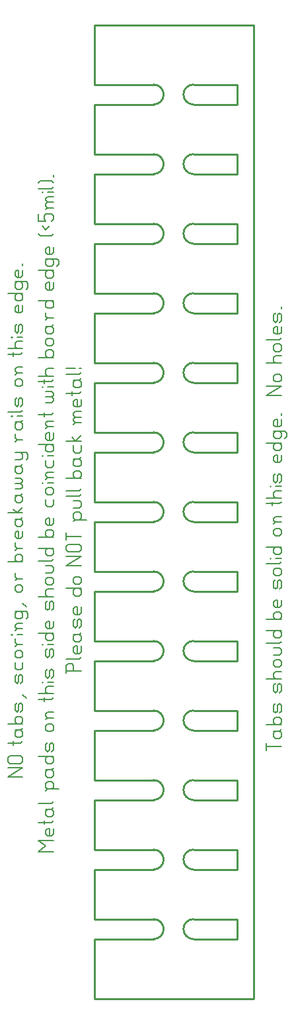
<source format=gbr>
G04 start of page 4 for group 2 idx 2 *
G04 Title: (unknown), outline *
G04 Creator: pcb 4.0.2 *
G04 CreationDate: Mon Jan 22 00:33:22 2024 UTC *
G04 For: railfan *
G04 Format: Gerber/RS-274X *
G04 PCB-Dimensions (mil): 3000.00 5500.00 *
G04 PCB-Coordinate-Origin: lower left *
%MOIN*%
%FSLAX25Y25*%
%LNOUTLINE*%
%ADD28C,0.0093*%
%ADD27C,0.0074*%
%ADD26C,0.0100*%
G54D26*X132000Y70000D02*Y60000D01*
X110000Y70000D02*X132000D01*
X110000Y60000D02*X132000D01*
X90000Y70000D02*X60000D01*
X90000Y95000D02*X60000D01*
Y70000D01*
X90000Y105000D02*X60000D01*
X90000Y130000D02*X60000D01*
Y105000D01*
Y30000D02*X140500D01*
X60000Y60000D02*Y30000D01*
X90000Y60000D02*X60000D01*
X132000Y105000D02*Y95000D01*
X110000D02*X132000D01*
X110000Y105000D02*X132000D01*
Y140000D02*Y130000D01*
X110000D02*X132000D01*
Y175000D02*Y165000D01*
X110000Y140000D02*X132000D01*
X110000Y175000D02*X132000D01*
Y210000D02*Y200000D01*
X90000Y140000D02*X60000D01*
X90000Y165000D02*X60000D01*
Y140000D01*
X90000Y175000D02*X60000D01*
X110000Y165000D02*X132000D01*
X90000Y200000D02*X60000D01*
X110000D02*X132000D01*
X60000D02*Y175000D01*
X90000Y210000D02*X60000D01*
X90000Y490000D02*X60000D01*
Y520000D01*
X140500D01*
X110000Y490000D02*X132000D01*
X140500Y520000D02*Y30000D01*
X90000Y235000D02*X60000D01*
Y210000D01*
X90000Y245000D02*X60000D01*
X90000Y270000D02*X60000D01*
Y245000D01*
X90000Y280000D02*X60000D01*
X90000Y305000D02*X60000D01*
Y280000D01*
X90000Y315000D02*X60000D01*
X132000Y245000D02*Y235000D01*
Y280000D02*Y270000D01*
Y315000D02*Y305000D01*
X110000Y210000D02*X132000D01*
X110000Y235000D02*X132000D01*
X110000Y245000D02*X132000D01*
X110000Y270000D02*X132000D01*
X110000Y280000D02*X132000D01*
X110000Y305000D02*X132000D01*
X110000Y315000D02*X132000D01*
X110000Y340000D02*X132000D01*
X90000D02*X60000D01*
X90000Y350000D02*X60000D01*
Y375000D02*Y350000D01*
Y340000D02*Y315000D01*
X90000Y375000D02*X60000D01*
X90000Y385000D02*X60000D01*
X90000Y410000D02*X60000D01*
Y385000D01*
X90000Y420000D02*X60000D01*
X90000Y445000D02*X60000D01*
X90000Y455000D02*X60000D01*
X90000Y480000D02*X60000D01*
Y455000D01*
Y445000D02*Y420000D01*
X132000Y385000D02*Y375000D01*
X110000D02*X132000D01*
X110000Y385000D02*X132000D01*
X110000Y410000D02*X132000D01*
X110000Y420000D02*X132000D01*
X110000Y445000D02*X132000D01*
X110000Y350000D02*X132000D01*
Y340000D01*
Y420000D02*Y410000D01*
Y455000D02*Y445000D01*
Y490000D02*Y480000D01*
X110000Y455000D02*X132000D01*
X110000Y480000D02*X132000D01*
X105000Y135000D02*G75*G03X110000Y130000I5000J0D01*G01*
X105000Y135000D02*G75*G02X110000Y140000I5000J0D01*G01*
X105000Y170000D02*G75*G03X110000Y165000I5000J0D01*G01*
X105000Y170000D02*G75*G02X110000Y175000I5000J0D01*G01*
X95000Y135000D02*G75*G03X90000Y140000I-5000J0D01*G01*
X95000Y170000D02*G75*G02X90000Y165000I-5000J0D01*G01*
X95000Y170000D02*G75*G03X90000Y175000I-5000J0D01*G01*
X95000Y205000D02*G75*G02X90000Y200000I-5000J0D01*G01*
X95000Y205000D02*G75*G03X90000Y210000I-5000J0D01*G01*
X105000Y100000D02*G75*G03X110000Y95000I5000J0D01*G01*
X105000Y100000D02*G75*G02X110000Y105000I5000J0D01*G01*
X95000Y100000D02*G75*G02X90000Y95000I-5000J0D01*G01*
X95000Y100000D02*G75*G03X90000Y105000I-5000J0D01*G01*
X105000Y65000D02*G75*G03X110000Y60000I5000J0D01*G01*
X105000Y65000D02*G75*G02X110000Y70000I5000J0D01*G01*
X95000Y65000D02*G75*G02X90000Y60000I-5000J0D01*G01*
X95000Y65000D02*G75*G03X90000Y70000I-5000J0D01*G01*
X95000Y135000D02*G75*G02X90000Y130000I-5000J0D01*G01*
X105000Y205000D02*G75*G03X110000Y200000I5000J0D01*G01*
X105000Y205000D02*G75*G02X110000Y210000I5000J0D01*G01*
X105000Y240000D02*G75*G03X110000Y235000I5000J0D01*G01*
X105000Y240000D02*G75*G02X110000Y245000I5000J0D01*G01*
X95000Y240000D02*G75*G02X90000Y235000I-5000J0D01*G01*
X95000Y240000D02*G75*G03X90000Y245000I-5000J0D01*G01*
X95000Y275000D02*G75*G02X90000Y270000I-5000J0D01*G01*
X95000Y275000D02*G75*G03X90000Y280000I-5000J0D01*G01*
X105000Y275000D02*G75*G03X110000Y270000I5000J0D01*G01*
X105000Y275000D02*G75*G02X110000Y280000I5000J0D01*G01*
X105000Y310000D02*G75*G03X110000Y305000I5000J0D01*G01*
X105000Y310000D02*G75*G02X110000Y315000I5000J0D01*G01*
X105000Y345000D02*G75*G03X110000Y340000I5000J0D01*G01*
X105000Y345000D02*G75*G02X110000Y350000I5000J0D01*G01*
X95000Y310000D02*G75*G02X90000Y305000I-5000J0D01*G01*
X95000Y310000D02*G75*G03X90000Y315000I-5000J0D01*G01*
X95000Y345000D02*G75*G02X90000Y340000I-5000J0D01*G01*
X95000Y345000D02*G75*G03X90000Y350000I-5000J0D01*G01*
X95000Y380000D02*G75*G02X90000Y375000I-5000J0D01*G01*
X95000Y380000D02*G75*G03X90000Y385000I-5000J0D01*G01*
X105000Y380000D02*G75*G03X110000Y375000I5000J0D01*G01*
X105000Y380000D02*G75*G02X110000Y385000I5000J0D01*G01*
X105000Y415000D02*G75*G03X110000Y410000I5000J0D01*G01*
X105000Y415000D02*G75*G02X110000Y420000I5000J0D01*G01*
X105000Y485000D02*G75*G03X110000Y480000I5000J0D01*G01*
X105000Y485000D02*G75*G02X110000Y490000I5000J0D01*G01*
X95000Y415000D02*G75*G02X90000Y410000I-5000J0D01*G01*
X95000Y415000D02*G75*G03X90000Y420000I-5000J0D01*G01*
X95000Y485000D02*G75*G02X90000Y480000I-5000J0D01*G01*
X95000Y485000D02*G75*G03X90000Y490000I-5000J0D01*G01*
X105000Y450000D02*G75*G03X110000Y445000I5000J0D01*G01*
X105000Y450000D02*G75*G02X110000Y455000I5000J0D01*G01*
X95000Y450000D02*G75*G02X90000Y445000I-5000J0D01*G01*
X95000Y450000D02*G75*G03X90000Y455000I-5000J0D01*G01*
G54D27*X16360Y141500D02*X23800D01*
X16360D02*X23800Y146150D01*
X16360D02*X23800D01*
X17290Y148382D02*X22870D01*
X17290D02*X16360Y149312D01*
Y151172D02*Y149312D01*
Y151172D02*X17290Y152102D01*
X22870D01*
X23800Y151172D02*X22870Y152102D01*
X23800Y151172D02*Y149312D01*
X22870Y148382D02*X23800Y149312D01*
X16360Y158612D02*X22870D01*
X23800Y159542D01*
X19150D02*Y157682D01*
X20080Y164192D02*X21010Y165122D01*
X20080Y164192D02*Y162332D01*
X21010Y161402D02*X20080Y162332D01*
X21010Y161402D02*X22870D01*
X23800Y162332D01*
X20080Y165122D02*X22870D01*
X23800Y166052D01*
Y164192D02*Y162332D01*
Y164192D02*X22870Y165122D01*
X16360Y168284D02*X23800D01*
X22870D02*X23800Y169214D01*
Y171074D02*Y169214D01*
Y171074D02*X22870Y172004D01*
X21010D02*X22870D01*
X20080Y171074D02*X21010Y172004D01*
X20080Y171074D02*Y169214D01*
X21010Y168284D02*X20080Y169214D01*
X23800Y177956D02*Y175166D01*
Y177956D02*X22870Y178886D01*
X21940Y177956D02*X22870Y178886D01*
X21940Y177956D02*Y175166D01*
X21010Y174236D02*X21940Y175166D01*
X21010Y174236D02*X20080Y175166D01*
Y177956D02*Y175166D01*
Y177956D02*X21010Y178886D01*
X22870Y174236D02*X23800Y175166D01*
X25660Y181118D02*X23800Y182978D01*
Y192278D02*Y189488D01*
Y192278D02*X22870Y193208D01*
X21940Y192278D02*X22870Y193208D01*
X21940Y192278D02*Y189488D01*
X21010Y188558D02*X21940Y189488D01*
X21010Y188558D02*X20080Y189488D01*
Y192278D02*Y189488D01*
Y192278D02*X21010Y193208D01*
X22870Y188558D02*X23800Y189488D01*
X20080Y199160D02*Y196370D01*
X21010Y195440D02*X20080Y196370D01*
X21010Y195440D02*X22870D01*
X23800Y196370D01*
Y199160D02*Y196370D01*
X21010Y201392D02*X22870D01*
X21010D02*X20080Y202322D01*
Y204182D02*Y202322D01*
Y204182D02*X21010Y205112D01*
X22870D01*
X23800Y204182D02*X22870Y205112D01*
X23800Y204182D02*Y202322D01*
X22870Y201392D02*X23800Y202322D01*
X21010Y208274D02*X23800D01*
X21010D02*X20080Y209204D01*
Y211064D02*Y209204D01*
Y207344D02*X21010Y208274D01*
G54D28*X18220Y213296D02*X18406D01*
G54D27*X21010D02*X23800D01*
X21010Y216086D02*X23800D01*
X21010D02*X20080Y217016D01*
Y217946D02*Y217016D01*
Y217946D02*X21010Y218876D01*
X23800D01*
X20080Y215156D02*X21010Y216086D01*
X20080Y223898D02*X21010Y224828D01*
X20080Y223898D02*Y222038D01*
X21010Y221108D02*X20080Y222038D01*
X21010Y221108D02*X22870D01*
X23800Y222038D01*
Y223898D02*Y222038D01*
Y223898D02*X22870Y224828D01*
X25660Y221108D02*X26590Y222038D01*
Y223898D02*Y222038D01*
Y223898D02*X25660Y224828D01*
X20080D02*X25660D01*
Y227060D02*X23800Y228920D01*
X21010Y234500D02*X22870D01*
X21010D02*X20080Y235430D01*
Y237290D02*Y235430D01*
Y237290D02*X21010Y238220D01*
X22870D01*
X23800Y237290D02*X22870Y238220D01*
X23800Y237290D02*Y235430D01*
X22870Y234500D02*X23800Y235430D01*
X21010Y241382D02*X23800D01*
X21010D02*X20080Y242312D01*
Y244172D02*Y242312D01*
Y240452D02*X21010Y241382D01*
X16360Y249752D02*X23800D01*
X22870D02*X23800Y250682D01*
Y252542D02*Y250682D01*
Y252542D02*X22870Y253472D01*
X21010D02*X22870D01*
X20080Y252542D02*X21010Y253472D01*
X20080Y252542D02*Y250682D01*
X21010Y249752D02*X20080Y250682D01*
X21010Y256634D02*X23800D01*
X21010D02*X20080Y257564D01*
Y259424D02*Y257564D01*
Y255704D02*X21010Y256634D01*
X23800Y265376D02*Y262586D01*
X22870Y261656D02*X23800Y262586D01*
X21010Y261656D02*X22870D01*
X21010D02*X20080Y262586D01*
Y264446D02*Y262586D01*
Y264446D02*X21010Y265376D01*
X21940D02*Y261656D01*
X21010Y265376D02*X21940D01*
X20080Y270398D02*X21010Y271328D01*
X20080Y270398D02*Y268538D01*
X21010Y267608D02*X20080Y268538D01*
X21010Y267608D02*X22870D01*
X23800Y268538D01*
X20080Y271328D02*X22870D01*
X23800Y272258D01*
Y270398D02*Y268538D01*
Y270398D02*X22870Y271328D01*
X16360Y274490D02*X23800D01*
X21010D02*X23800Y277280D01*
X21010Y274490D02*X19150Y276350D01*
X20080Y282302D02*X21010Y283232D01*
X20080Y282302D02*Y280442D01*
X21010Y279512D02*X20080Y280442D01*
X21010Y279512D02*X22870D01*
X23800Y280442D01*
X20080Y283232D02*X22870D01*
X23800Y284162D01*
Y282302D02*Y280442D01*
Y282302D02*X22870Y283232D01*
X20080Y286394D02*X22870D01*
X23800Y287324D01*
Y288254D02*Y287324D01*
Y288254D02*X22870Y289184D01*
X20080D02*X22870D01*
X23800Y290114D01*
Y291044D02*Y290114D01*
Y291044D02*X22870Y291974D01*
X20080D02*X22870D01*
X20080Y296996D02*X21010Y297926D01*
X20080Y296996D02*Y295136D01*
X21010Y294206D02*X20080Y295136D01*
X21010Y294206D02*X22870D01*
X23800Y295136D01*
X20080Y297926D02*X22870D01*
X23800Y298856D01*
Y296996D02*Y295136D01*
Y296996D02*X22870Y297926D01*
X20080Y301088D02*X22870D01*
X23800Y302018D01*
X20080Y304808D02*X25660D01*
X26590Y303878D02*X25660Y304808D01*
X26590Y303878D02*Y302018D01*
X25660Y301088D02*X26590Y302018D01*
X23800Y303878D02*Y302018D01*
Y303878D02*X22870Y304808D01*
X21010Y311318D02*X23800D01*
X21010D02*X20080Y312248D01*
Y314108D02*Y312248D01*
Y310388D02*X21010Y311318D01*
X20080Y319130D02*X21010Y320060D01*
X20080Y319130D02*Y317270D01*
X21010Y316340D02*X20080Y317270D01*
X21010Y316340D02*X22870D01*
X23800Y317270D01*
X20080Y320060D02*X22870D01*
X23800Y320990D01*
Y319130D02*Y317270D01*
Y319130D02*X22870Y320060D01*
G54D28*X18220Y323222D02*X18406D01*
G54D27*X21010D02*X23800D01*
X16360Y325082D02*X22870D01*
X23800Y326012D01*
Y331592D02*Y328802D01*
Y331592D02*X22870Y332522D01*
X21940Y331592D02*X22870Y332522D01*
X21940Y331592D02*Y328802D01*
X21010Y327872D02*X21940Y328802D01*
X21010Y327872D02*X20080Y328802D01*
Y331592D02*Y328802D01*
Y331592D02*X21010Y332522D01*
X22870Y327872D02*X23800Y328802D01*
X21010Y338102D02*X22870D01*
X21010D02*X20080Y339032D01*
Y340892D02*Y339032D01*
Y340892D02*X21010Y341822D01*
X22870D01*
X23800Y340892D02*X22870Y341822D01*
X23800Y340892D02*Y339032D01*
X22870Y338102D02*X23800Y339032D01*
X21010Y344984D02*X23800D01*
X21010D02*X20080Y345914D01*
Y346844D02*Y345914D01*
Y346844D02*X21010Y347774D01*
X23800D01*
X20080Y344054D02*X21010Y344984D01*
X16360Y354284D02*X22870D01*
X23800Y355214D01*
X19150D02*Y353354D01*
X16360Y357074D02*X23800D01*
X21010D02*X20080Y358004D01*
Y359864D02*Y358004D01*
Y359864D02*X21010Y360794D01*
X23800D01*
G54D28*X18220Y363026D02*X18406D01*
G54D27*X21010D02*X23800D01*
Y368606D02*Y365816D01*
Y368606D02*X22870Y369536D01*
X21940Y368606D02*X22870Y369536D01*
X21940Y368606D02*Y365816D01*
X21010Y364886D02*X21940Y365816D01*
X21010Y364886D02*X20080Y365816D01*
Y368606D02*Y365816D01*
Y368606D02*X21010Y369536D01*
X22870Y364886D02*X23800Y365816D01*
Y378836D02*Y376046D01*
X22870Y375116D02*X23800Y376046D01*
X21010Y375116D02*X22870D01*
X21010D02*X20080Y376046D01*
Y377906D02*Y376046D01*
Y377906D02*X21010Y378836D01*
X21940D02*Y375116D01*
X21010Y378836D02*X21940D01*
X16360Y384788D02*X23800D01*
Y383858D02*X22870Y384788D01*
X23800Y383858D02*Y381998D01*
X22870Y381068D02*X23800Y381998D01*
X21010Y381068D02*X22870D01*
X21010D02*X20080Y381998D01*
Y383858D02*Y381998D01*
Y383858D02*X21010Y384788D01*
X20080Y389810D02*X21010Y390740D01*
X20080Y389810D02*Y387950D01*
X21010Y387020D02*X20080Y387950D01*
X21010Y387020D02*X22870D01*
X23800Y387950D01*
Y389810D02*Y387950D01*
Y389810D02*X22870Y390740D01*
X25660Y387020D02*X26590Y387950D01*
Y389810D02*Y387950D01*
Y389810D02*X25660Y390740D01*
X20080D02*X25660D01*
X23800Y396692D02*Y393902D01*
X22870Y392972D02*X23800Y393902D01*
X21010Y392972D02*X22870D01*
X21010D02*X20080Y393902D01*
Y395762D02*Y393902D01*
Y395762D02*X21010Y396692D01*
X21940D02*Y392972D01*
X21010Y396692D02*X21940D01*
X23800Y399854D02*Y398924D01*
X45860Y194930D02*X53300D01*
X45860Y197720D02*Y194000D01*
Y197720D02*X46790Y198650D01*
X48650D01*
X49580Y197720D02*X48650Y198650D01*
X49580Y197720D02*Y194930D01*
X45860Y200882D02*X52370D01*
X53300Y201812D01*
Y207392D02*Y204602D01*
X52370Y203672D02*X53300Y204602D01*
X50510Y203672D02*X52370D01*
X50510D02*X49580Y204602D01*
Y206462D02*Y204602D01*
Y206462D02*X50510Y207392D01*
X51440D02*Y203672D01*
X50510Y207392D02*X51440D01*
X49580Y212414D02*X50510Y213344D01*
X49580Y212414D02*Y210554D01*
X50510Y209624D02*X49580Y210554D01*
X50510Y209624D02*X52370D01*
X53300Y210554D01*
X49580Y213344D02*X52370D01*
X53300Y214274D01*
Y212414D02*Y210554D01*
Y212414D02*X52370Y213344D01*
X53300Y220226D02*Y217436D01*
Y220226D02*X52370Y221156D01*
X51440Y220226D02*X52370Y221156D01*
X51440Y220226D02*Y217436D01*
X50510Y216506D02*X51440Y217436D01*
X50510Y216506D02*X49580Y217436D01*
Y220226D02*Y217436D01*
Y220226D02*X50510Y221156D01*
X52370Y216506D02*X53300Y217436D01*
Y227108D02*Y224318D01*
X52370Y223388D02*X53300Y224318D01*
X50510Y223388D02*X52370D01*
X50510D02*X49580Y224318D01*
Y226178D02*Y224318D01*
Y226178D02*X50510Y227108D01*
X51440D02*Y223388D01*
X50510Y227108D02*X51440D01*
X45860Y236408D02*X53300D01*
Y235478D02*X52370Y236408D01*
X53300Y235478D02*Y233618D01*
X52370Y232688D02*X53300Y233618D01*
X50510Y232688D02*X52370D01*
X50510D02*X49580Y233618D01*
Y235478D02*Y233618D01*
Y235478D02*X50510Y236408D01*
Y238640D02*X52370D01*
X50510D02*X49580Y239570D01*
Y241430D02*Y239570D01*
Y241430D02*X50510Y242360D01*
X52370D01*
X53300Y241430D02*X52370Y242360D01*
X53300Y241430D02*Y239570D01*
X52370Y238640D02*X53300Y239570D01*
X45860Y247940D02*X53300D01*
X45860D02*X53300Y252590D01*
X45860D02*X53300D01*
X46790Y254822D02*X52370D01*
X46790D02*X45860Y255752D01*
Y257612D02*Y255752D01*
Y257612D02*X46790Y258542D01*
X52370D01*
X53300Y257612D02*X52370Y258542D01*
X53300Y257612D02*Y255752D01*
X52370Y254822D02*X53300Y255752D01*
X45860Y264494D02*Y260774D01*
Y262634D02*X53300D01*
X50510Y271004D02*X56090D01*
X49580Y270074D02*X50510Y271004D01*
X49580Y271934D01*
Y273794D02*Y271934D01*
Y273794D02*X50510Y274724D01*
X52370D01*
X53300Y273794D02*X52370Y274724D01*
X53300Y273794D02*Y271934D01*
X52370Y271004D02*X53300Y271934D01*
X49580Y276956D02*X52370D01*
X53300Y277886D01*
Y279746D02*Y277886D01*
Y279746D02*X52370Y280676D01*
X49580D02*X52370D01*
X45860Y282908D02*X52370D01*
X53300Y283838D01*
X45860Y285698D02*X52370D01*
X53300Y286628D01*
X45860Y291836D02*X53300D01*
X52370D02*X53300Y292766D01*
Y294626D02*Y292766D01*
Y294626D02*X52370Y295556D01*
X50510D02*X52370D01*
X49580Y294626D02*X50510Y295556D01*
X49580Y294626D02*Y292766D01*
X50510Y291836D02*X49580Y292766D01*
Y300578D02*X50510Y301508D01*
X49580Y300578D02*Y298718D01*
X50510Y297788D02*X49580Y298718D01*
X50510Y297788D02*X52370D01*
X53300Y298718D01*
X49580Y301508D02*X52370D01*
X53300Y302438D01*
Y300578D02*Y298718D01*
Y300578D02*X52370Y301508D01*
X49580Y308390D02*Y305600D01*
X50510Y304670D02*X49580Y305600D01*
X50510Y304670D02*X52370D01*
X53300Y305600D01*
Y308390D02*Y305600D01*
X45860Y310622D02*X53300D01*
X50510D02*X53300Y313412D01*
X50510Y310622D02*X48650Y312482D01*
X50510Y319922D02*X53300D01*
X50510D02*X49580Y320852D01*
Y321782D02*Y320852D01*
Y321782D02*X50510Y322712D01*
X53300D01*
X50510D02*X49580Y323642D01*
Y324572D02*Y323642D01*
Y324572D02*X50510Y325502D01*
X53300D01*
X49580Y318992D02*X50510Y319922D01*
X53300Y331454D02*Y328664D01*
X52370Y327734D02*X53300Y328664D01*
X50510Y327734D02*X52370D01*
X50510D02*X49580Y328664D01*
Y330524D02*Y328664D01*
Y330524D02*X50510Y331454D01*
X51440D02*Y327734D01*
X50510Y331454D02*X51440D01*
X45860Y334616D02*X52370D01*
X53300Y335546D01*
X48650D02*Y333686D01*
X49580Y340196D02*X50510Y341126D01*
X49580Y340196D02*Y338336D01*
X50510Y337406D02*X49580Y338336D01*
X50510Y337406D02*X52370D01*
X53300Y338336D01*
X49580Y341126D02*X52370D01*
X53300Y342056D01*
Y340196D02*Y338336D01*
Y340196D02*X52370Y341126D01*
X45860Y344288D02*X52370D01*
X53300Y345218D01*
X52370Y347078D02*X53300D01*
X45860D02*X50510D01*
X31860Y104000D02*X39300D01*
X31860D02*X35580Y106790D01*
X31860Y109580D01*
X39300D01*
Y115532D02*Y112742D01*
X38370Y111812D02*X39300Y112742D01*
X36510Y111812D02*X38370D01*
X36510D02*X35580Y112742D01*
Y114602D02*Y112742D01*
Y114602D02*X36510Y115532D01*
X37440D02*Y111812D01*
X36510Y115532D02*X37440D01*
X31860Y118694D02*X38370D01*
X39300Y119624D01*
X34650D02*Y117764D01*
X35580Y124274D02*X36510Y125204D01*
X35580Y124274D02*Y122414D01*
X36510Y121484D02*X35580Y122414D01*
X36510Y121484D02*X38370D01*
X39300Y122414D01*
X35580Y125204D02*X38370D01*
X39300Y126134D01*
Y124274D02*Y122414D01*
Y124274D02*X38370Y125204D01*
X31860Y128366D02*X38370D01*
X39300Y129296D01*
X36510Y135434D02*X42090D01*
X35580Y134504D02*X36510Y135434D01*
X35580Y136364D01*
Y138224D02*Y136364D01*
Y138224D02*X36510Y139154D01*
X38370D01*
X39300Y138224D02*X38370Y139154D01*
X39300Y138224D02*Y136364D01*
X38370Y135434D02*X39300Y136364D01*
X35580Y144176D02*X36510Y145106D01*
X35580Y144176D02*Y142316D01*
X36510Y141386D02*X35580Y142316D01*
X36510Y141386D02*X38370D01*
X39300Y142316D01*
X35580Y145106D02*X38370D01*
X39300Y146036D01*
Y144176D02*Y142316D01*
Y144176D02*X38370Y145106D01*
X31860Y151988D02*X39300D01*
Y151058D02*X38370Y151988D01*
X39300Y151058D02*Y149198D01*
X38370Y148268D02*X39300Y149198D01*
X36510Y148268D02*X38370D01*
X36510D02*X35580Y149198D01*
Y151058D02*Y149198D01*
Y151058D02*X36510Y151988D01*
X39300Y157940D02*Y155150D01*
Y157940D02*X38370Y158870D01*
X37440Y157940D02*X38370Y158870D01*
X37440Y157940D02*Y155150D01*
X36510Y154220D02*X37440Y155150D01*
X36510Y154220D02*X35580Y155150D01*
Y157940D02*Y155150D01*
Y157940D02*X36510Y158870D01*
X38370Y154220D02*X39300Y155150D01*
X36510Y164450D02*X38370D01*
X36510D02*X35580Y165380D01*
Y167240D02*Y165380D01*
Y167240D02*X36510Y168170D01*
X38370D01*
X39300Y167240D02*X38370Y168170D01*
X39300Y167240D02*Y165380D01*
X38370Y164450D02*X39300Y165380D01*
X36510Y171332D02*X39300D01*
X36510D02*X35580Y172262D01*
Y173192D02*Y172262D01*
Y173192D02*X36510Y174122D01*
X39300D01*
X35580Y170402D02*X36510Y171332D01*
X31860Y180632D02*X38370D01*
X39300Y181562D01*
X34650D02*Y179702D01*
X31860Y183422D02*X39300D01*
X36510D02*X35580Y184352D01*
Y186212D02*Y184352D01*
Y186212D02*X36510Y187142D01*
X39300D01*
G54D28*X33720Y189374D02*X33906D01*
G54D27*X36510D02*X39300D01*
Y194954D02*Y192164D01*
Y194954D02*X38370Y195884D01*
X37440Y194954D02*X38370Y195884D01*
X37440Y194954D02*Y192164D01*
X36510Y191234D02*X37440Y192164D01*
X36510Y191234D02*X35580Y192164D01*
Y194954D02*Y192164D01*
Y194954D02*X36510Y195884D01*
X38370Y191234D02*X39300Y192164D01*
Y205184D02*Y202394D01*
Y205184D02*X38370Y206114D01*
X37440Y205184D02*X38370Y206114D01*
X37440Y205184D02*Y202394D01*
X36510Y201464D02*X37440Y202394D01*
X36510Y201464D02*X35580Y202394D01*
Y205184D02*Y202394D01*
Y205184D02*X36510Y206114D01*
X38370Y201464D02*X39300Y202394D01*
G54D28*X33720Y208346D02*X33906D01*
G54D27*X36510D02*X39300D01*
X31860Y213926D02*X39300D01*
Y212996D02*X38370Y213926D01*
X39300Y212996D02*Y211136D01*
X38370Y210206D02*X39300Y211136D01*
X36510Y210206D02*X38370D01*
X36510D02*X35580Y211136D01*
Y212996D02*Y211136D01*
Y212996D02*X36510Y213926D01*
X39300Y219878D02*Y217088D01*
X38370Y216158D02*X39300Y217088D01*
X36510Y216158D02*X38370D01*
X36510D02*X35580Y217088D01*
Y218948D02*Y217088D01*
Y218948D02*X36510Y219878D01*
X37440D02*Y216158D01*
X36510Y219878D02*X37440D01*
X39300Y229178D02*Y226388D01*
Y229178D02*X38370Y230108D01*
X37440Y229178D02*X38370Y230108D01*
X37440Y229178D02*Y226388D01*
X36510Y225458D02*X37440Y226388D01*
X36510Y225458D02*X35580Y226388D01*
Y229178D02*Y226388D01*
Y229178D02*X36510Y230108D01*
X38370Y225458D02*X39300Y226388D01*
X31860Y232340D02*X39300D01*
X36510D02*X35580Y233270D01*
Y235130D02*Y233270D01*
Y235130D02*X36510Y236060D01*
X39300D01*
X36510Y238292D02*X38370D01*
X36510D02*X35580Y239222D01*
Y241082D02*Y239222D01*
Y241082D02*X36510Y242012D01*
X38370D01*
X39300Y241082D02*X38370Y242012D01*
X39300Y241082D02*Y239222D01*
X38370Y238292D02*X39300Y239222D01*
X35580Y244244D02*X38370D01*
X39300Y245174D01*
Y247034D02*Y245174D01*
Y247034D02*X38370Y247964D01*
X35580D02*X38370D01*
X31860Y250196D02*X38370D01*
X39300Y251126D01*
X31860Y256706D02*X39300D01*
Y255776D02*X38370Y256706D01*
X39300Y255776D02*Y253916D01*
X38370Y252986D02*X39300Y253916D01*
X36510Y252986D02*X38370D01*
X36510D02*X35580Y253916D01*
Y255776D02*Y253916D01*
Y255776D02*X36510Y256706D01*
X31860Y262286D02*X39300D01*
X38370D02*X39300Y263216D01*
Y265076D02*Y263216D01*
Y265076D02*X38370Y266006D01*
X36510D02*X38370D01*
X35580Y265076D02*X36510Y266006D01*
X35580Y265076D02*Y263216D01*
X36510Y262286D02*X35580Y263216D01*
X39300Y271958D02*Y269168D01*
X38370Y268238D02*X39300Y269168D01*
X36510Y268238D02*X38370D01*
X36510D02*X35580Y269168D01*
Y271028D02*Y269168D01*
Y271028D02*X36510Y271958D01*
X37440D02*Y268238D01*
X36510Y271958D02*X37440D01*
X35580Y281258D02*Y278468D01*
X36510Y277538D02*X35580Y278468D01*
X36510Y277538D02*X38370D01*
X39300Y278468D01*
Y281258D02*Y278468D01*
X36510Y283490D02*X38370D01*
X36510D02*X35580Y284420D01*
Y286280D02*Y284420D01*
Y286280D02*X36510Y287210D01*
X38370D01*
X39300Y286280D02*X38370Y287210D01*
X39300Y286280D02*Y284420D01*
X38370Y283490D02*X39300Y284420D01*
G54D28*X33720Y289442D02*X33906D01*
G54D27*X36510D02*X39300D01*
X36510Y292232D02*X39300D01*
X36510D02*X35580Y293162D01*
Y294092D02*Y293162D01*
Y294092D02*X36510Y295022D01*
X39300D01*
X35580Y291302D02*X36510Y292232D01*
X35580Y300974D02*Y298184D01*
X36510Y297254D02*X35580Y298184D01*
X36510Y297254D02*X38370D01*
X39300Y298184D01*
Y300974D02*Y298184D01*
G54D28*X33720Y303206D02*X33906D01*
G54D27*X36510D02*X39300D01*
X31860Y308786D02*X39300D01*
Y307856D02*X38370Y308786D01*
X39300Y307856D02*Y305996D01*
X38370Y305066D02*X39300Y305996D01*
X36510Y305066D02*X38370D01*
X36510D02*X35580Y305996D01*
Y307856D02*Y305996D01*
Y307856D02*X36510Y308786D01*
X39300Y314738D02*Y311948D01*
X38370Y311018D02*X39300Y311948D01*
X36510Y311018D02*X38370D01*
X36510D02*X35580Y311948D01*
Y313808D02*Y311948D01*
Y313808D02*X36510Y314738D01*
X37440D02*Y311018D01*
X36510Y314738D02*X37440D01*
X36510Y317900D02*X39300D01*
X36510D02*X35580Y318830D01*
Y319760D02*Y318830D01*
Y319760D02*X36510Y320690D01*
X39300D01*
X35580Y316970D02*X36510Y317900D01*
X31860Y323852D02*X38370D01*
X39300Y324782D01*
X34650D02*Y322922D01*
X35580Y329990D02*X38370D01*
X39300Y330920D01*
Y331850D02*Y330920D01*
Y331850D02*X38370Y332780D01*
X35580D02*X38370D01*
X39300Y333710D01*
Y334640D02*Y333710D01*
Y334640D02*X38370Y335570D01*
X35580D02*X38370D01*
G54D28*X33720Y337802D02*X33906D01*
G54D27*X36510D02*X39300D01*
X31860Y340592D02*X38370D01*
X39300Y341522D01*
X34650D02*Y339662D01*
X31860Y343382D02*X39300D01*
X36510D02*X35580Y344312D01*
Y346172D02*Y344312D01*
Y346172D02*X36510Y347102D01*
X39300D01*
X31860Y352682D02*X39300D01*
X38370D02*X39300Y353612D01*
Y355472D02*Y353612D01*
Y355472D02*X38370Y356402D01*
X36510D02*X38370D01*
X35580Y355472D02*X36510Y356402D01*
X35580Y355472D02*Y353612D01*
X36510Y352682D02*X35580Y353612D01*
X36510Y358634D02*X38370D01*
X36510D02*X35580Y359564D01*
Y361424D02*Y359564D01*
Y361424D02*X36510Y362354D01*
X38370D01*
X39300Y361424D02*X38370Y362354D01*
X39300Y361424D02*Y359564D01*
X38370Y358634D02*X39300Y359564D01*
X35580Y367376D02*X36510Y368306D01*
X35580Y367376D02*Y365516D01*
X36510Y364586D02*X35580Y365516D01*
X36510Y364586D02*X38370D01*
X39300Y365516D01*
X35580Y368306D02*X38370D01*
X39300Y369236D01*
Y367376D02*Y365516D01*
Y367376D02*X38370Y368306D01*
X36510Y372398D02*X39300D01*
X36510D02*X35580Y373328D01*
Y375188D02*Y373328D01*
Y371468D02*X36510Y372398D01*
X31860Y381140D02*X39300D01*
Y380210D02*X38370Y381140D01*
X39300Y380210D02*Y378350D01*
X38370Y377420D02*X39300Y378350D01*
X36510Y377420D02*X38370D01*
X36510D02*X35580Y378350D01*
Y380210D02*Y378350D01*
Y380210D02*X36510Y381140D01*
X39300Y390440D02*Y387650D01*
X38370Y386720D02*X39300Y387650D01*
X36510Y386720D02*X38370D01*
X36510D02*X35580Y387650D01*
Y389510D02*Y387650D01*
Y389510D02*X36510Y390440D01*
X37440D02*Y386720D01*
X36510Y390440D02*X37440D01*
X31860Y396392D02*X39300D01*
Y395462D02*X38370Y396392D01*
X39300Y395462D02*Y393602D01*
X38370Y392672D02*X39300Y393602D01*
X36510Y392672D02*X38370D01*
X36510D02*X35580Y393602D01*
Y395462D02*Y393602D01*
Y395462D02*X36510Y396392D01*
X35580Y401414D02*X36510Y402344D01*
X35580Y401414D02*Y399554D01*
X36510Y398624D02*X35580Y399554D01*
X36510Y398624D02*X38370D01*
X39300Y399554D01*
Y401414D02*Y399554D01*
Y401414D02*X38370Y402344D01*
X41160Y398624D02*X42090Y399554D01*
Y401414D02*Y399554D01*
Y401414D02*X41160Y402344D01*
X35580D02*X41160D01*
X39300Y408296D02*Y405506D01*
X38370Y404576D02*X39300Y405506D01*
X36510Y404576D02*X38370D01*
X36510D02*X35580Y405506D01*
Y407366D02*Y405506D01*
Y407366D02*X36510Y408296D01*
X37440D02*Y404576D01*
X36510Y408296D02*X37440D01*
X38370Y413876D02*X39300Y414806D01*
X32790Y413876D02*X31860Y414806D01*
X32790Y413876D02*X38370D01*
X35580Y417038D02*X33720Y418898D01*
X35580Y417038D02*X37440Y418898D01*
X31860Y424850D02*Y421130D01*
X35580D01*
X34650Y422060D01*
Y423920D02*Y422060D01*
Y423920D02*X35580Y424850D01*
X38370D01*
X39300Y423920D02*X38370Y424850D01*
X39300Y423920D02*Y422060D01*
X38370Y421130D02*X39300Y422060D01*
X36510Y428012D02*X39300D01*
X36510D02*X35580Y428942D01*
Y429872D02*Y428942D01*
Y429872D02*X36510Y430802D01*
X39300D01*
X36510D02*X35580Y431732D01*
Y432662D02*Y431732D01*
Y432662D02*X36510Y433592D01*
X39300D01*
X35580Y427082D02*X36510Y428012D01*
G54D28*X33720Y435824D02*X33906D01*
G54D27*X36510D02*X39300D01*
X31860Y437684D02*X38370D01*
X39300Y438614D01*
X31860Y440474D02*X32790Y441404D01*
X38370D01*
X39300Y440474D02*X38370Y441404D01*
X39300Y444566D02*Y443636D01*
X146860Y158720D02*Y155000D01*
Y156860D02*X154300D01*
X150580Y163742D02*X151510Y164672D01*
X150580Y163742D02*Y161882D01*
X151510Y160952D02*X150580Y161882D01*
X151510Y160952D02*X153370D01*
X154300Y161882D01*
X150580Y164672D02*X153370D01*
X154300Y165602D01*
Y163742D02*Y161882D01*
Y163742D02*X153370Y164672D01*
X146860Y167834D02*X154300D01*
X153370D02*X154300Y168764D01*
Y170624D02*Y168764D01*
Y170624D02*X153370Y171554D01*
X151510D02*X153370D01*
X150580Y170624D02*X151510Y171554D01*
X150580Y170624D02*Y168764D01*
X151510Y167834D02*X150580Y168764D01*
X154300Y177506D02*Y174716D01*
Y177506D02*X153370Y178436D01*
X152440Y177506D02*X153370Y178436D01*
X152440Y177506D02*Y174716D01*
X151510Y173786D02*X152440Y174716D01*
X151510Y173786D02*X150580Y174716D01*
Y177506D02*Y174716D01*
Y177506D02*X151510Y178436D01*
X153370Y173786D02*X154300Y174716D01*
Y187736D02*Y184946D01*
Y187736D02*X153370Y188666D01*
X152440Y187736D02*X153370Y188666D01*
X152440Y187736D02*Y184946D01*
X151510Y184016D02*X152440Y184946D01*
X151510Y184016D02*X150580Y184946D01*
Y187736D02*Y184946D01*
Y187736D02*X151510Y188666D01*
X153370Y184016D02*X154300Y184946D01*
X146860Y190898D02*X154300D01*
X151510D02*X150580Y191828D01*
Y193688D02*Y191828D01*
Y193688D02*X151510Y194618D01*
X154300D01*
X151510Y196850D02*X153370D01*
X151510D02*X150580Y197780D01*
Y199640D02*Y197780D01*
Y199640D02*X151510Y200570D01*
X153370D01*
X154300Y199640D02*X153370Y200570D01*
X154300Y199640D02*Y197780D01*
X153370Y196850D02*X154300Y197780D01*
X150580Y202802D02*X153370D01*
X154300Y203732D01*
Y205592D02*Y203732D01*
Y205592D02*X153370Y206522D01*
X150580D02*X153370D01*
X146860Y208754D02*X153370D01*
X154300Y209684D01*
X146860Y215264D02*X154300D01*
Y214334D02*X153370Y215264D01*
X154300Y214334D02*Y212474D01*
X153370Y211544D02*X154300Y212474D01*
X151510Y211544D02*X153370D01*
X151510D02*X150580Y212474D01*
Y214334D02*Y212474D01*
Y214334D02*X151510Y215264D01*
X146860Y220844D02*X154300D01*
X153370D02*X154300Y221774D01*
Y223634D02*Y221774D01*
Y223634D02*X153370Y224564D01*
X151510D02*X153370D01*
X150580Y223634D02*X151510Y224564D01*
X150580Y223634D02*Y221774D01*
X151510Y220844D02*X150580Y221774D01*
X154300Y230516D02*Y227726D01*
X153370Y226796D02*X154300Y227726D01*
X151510Y226796D02*X153370D01*
X151510D02*X150580Y227726D01*
Y229586D02*Y227726D01*
Y229586D02*X151510Y230516D01*
X152440D02*Y226796D01*
X151510Y230516D02*X152440D01*
X154300Y239816D02*Y237026D01*
Y239816D02*X153370Y240746D01*
X152440Y239816D02*X153370Y240746D01*
X152440Y239816D02*Y237026D01*
X151510Y236096D02*X152440Y237026D01*
X151510Y236096D02*X150580Y237026D01*
Y239816D02*Y237026D01*
Y239816D02*X151510Y240746D01*
X153370Y236096D02*X154300Y237026D01*
X151510Y242978D02*X153370D01*
X151510D02*X150580Y243908D01*
Y245768D02*Y243908D01*
Y245768D02*X151510Y246698D01*
X153370D01*
X154300Y245768D02*X153370Y246698D01*
X154300Y245768D02*Y243908D01*
X153370Y242978D02*X154300Y243908D01*
X146860Y248930D02*X153370D01*
X154300Y249860D01*
G54D28*X148720Y251720D02*X148906D01*
G54D27*X151510D02*X154300D01*
X146860Y257300D02*X154300D01*
Y256370D02*X153370Y257300D01*
X154300Y256370D02*Y254510D01*
X153370Y253580D02*X154300Y254510D01*
X151510Y253580D02*X153370D01*
X151510D02*X150580Y254510D01*
Y256370D02*Y254510D01*
Y256370D02*X151510Y257300D01*
Y262880D02*X153370D01*
X151510D02*X150580Y263810D01*
Y265670D02*Y263810D01*
Y265670D02*X151510Y266600D01*
X153370D01*
X154300Y265670D02*X153370Y266600D01*
X154300Y265670D02*Y263810D01*
X153370Y262880D02*X154300Y263810D01*
X151510Y269762D02*X154300D01*
X151510D02*X150580Y270692D01*
Y271622D02*Y270692D01*
Y271622D02*X151510Y272552D01*
X154300D01*
X150580Y268832D02*X151510Y269762D01*
X146860Y279062D02*X153370D01*
X154300Y279992D01*
X149650D02*Y278132D01*
X146860Y281852D02*X154300D01*
X151510D02*X150580Y282782D01*
Y284642D02*Y282782D01*
Y284642D02*X151510Y285572D01*
X154300D01*
G54D28*X148720Y287804D02*X148906D01*
G54D27*X151510D02*X154300D01*
Y293384D02*Y290594D01*
Y293384D02*X153370Y294314D01*
X152440Y293384D02*X153370Y294314D01*
X152440Y293384D02*Y290594D01*
X151510Y289664D02*X152440Y290594D01*
X151510Y289664D02*X150580Y290594D01*
Y293384D02*Y290594D01*
Y293384D02*X151510Y294314D01*
X153370Y289664D02*X154300Y290594D01*
Y303614D02*Y300824D01*
X153370Y299894D02*X154300Y300824D01*
X151510Y299894D02*X153370D01*
X151510D02*X150580Y300824D01*
Y302684D02*Y300824D01*
Y302684D02*X151510Y303614D01*
X152440D02*Y299894D01*
X151510Y303614D02*X152440D01*
X146860Y309566D02*X154300D01*
Y308636D02*X153370Y309566D01*
X154300Y308636D02*Y306776D01*
X153370Y305846D02*X154300Y306776D01*
X151510Y305846D02*X153370D01*
X151510D02*X150580Y306776D01*
Y308636D02*Y306776D01*
Y308636D02*X151510Y309566D01*
X150580Y314588D02*X151510Y315518D01*
X150580Y314588D02*Y312728D01*
X151510Y311798D02*X150580Y312728D01*
X151510Y311798D02*X153370D01*
X154300Y312728D01*
Y314588D02*Y312728D01*
Y314588D02*X153370Y315518D01*
X156160Y311798D02*X157090Y312728D01*
Y314588D02*Y312728D01*
Y314588D02*X156160Y315518D01*
X150580D02*X156160D01*
X154300Y321470D02*Y318680D01*
X153370Y317750D02*X154300Y318680D01*
X151510Y317750D02*X153370D01*
X151510D02*X150580Y318680D01*
Y320540D02*Y318680D01*
Y320540D02*X151510Y321470D01*
X152440D02*Y317750D01*
X151510Y321470D02*X152440D01*
X154300Y324632D02*Y323702D01*
X146860Y333560D02*X154300D01*
X146860D02*X154300Y338210D01*
X146860D02*X154300D01*
X151510Y340442D02*X153370D01*
X151510D02*X150580Y341372D01*
Y343232D02*Y341372D01*
Y343232D02*X151510Y344162D01*
X153370D01*
X154300Y343232D02*X153370Y344162D01*
X154300Y343232D02*Y341372D01*
X153370Y340442D02*X154300Y341372D01*
X146860Y349742D02*X154300D01*
X151510D02*X150580Y350672D01*
Y352532D02*Y350672D01*
Y352532D02*X151510Y353462D01*
X154300D01*
X151510Y355694D02*X153370D01*
X151510D02*X150580Y356624D01*
Y358484D02*Y356624D01*
Y358484D02*X151510Y359414D01*
X153370D01*
X154300Y358484D02*X153370Y359414D01*
X154300Y358484D02*Y356624D01*
X153370Y355694D02*X154300Y356624D01*
X146860Y361646D02*X153370D01*
X154300Y362576D01*
Y368156D02*Y365366D01*
X153370Y364436D02*X154300Y365366D01*
X151510Y364436D02*X153370D01*
X151510D02*X150580Y365366D01*
Y367226D02*Y365366D01*
Y367226D02*X151510Y368156D01*
X152440D02*Y364436D01*
X151510Y368156D02*X152440D01*
X154300Y374108D02*Y371318D01*
Y374108D02*X153370Y375038D01*
X152440Y374108D02*X153370Y375038D01*
X152440Y374108D02*Y371318D01*
X151510Y370388D02*X152440Y371318D01*
X151510Y370388D02*X150580Y371318D01*
Y374108D02*Y371318D01*
Y374108D02*X151510Y375038D01*
X153370Y370388D02*X154300Y371318D01*
Y378200D02*Y377270D01*
M02*

</source>
